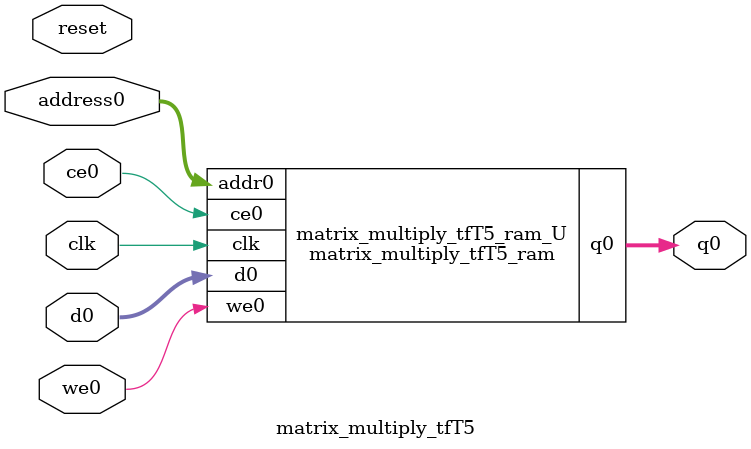
<source format=v>

`timescale 1 ns / 1 ps
module matrix_multiply_tfT5_ram (addr0, ce0, d0, we0, q0,  clk);

parameter DWIDTH = 8;
parameter AWIDTH = 7;
parameter MEM_SIZE = 128;

input[AWIDTH-1:0] addr0;
input ce0;
input[DWIDTH-1:0] d0;
input we0;
output reg[DWIDTH-1:0] q0;
input clk;

(* ram_style = "block" *)reg [DWIDTH-1:0] ram[0:MEM_SIZE-1];




always @(posedge clk)  
begin 
    if (ce0) 
    begin
        if (we0) 
        begin 
            ram[addr0] <= d0; 
            q0 <= d0;
        end 
        else 
            q0 <= ram[addr0];
    end
end


endmodule


`timescale 1 ns / 1 ps
module matrix_multiply_tfT5(
    reset,
    clk,
    address0,
    ce0,
    we0,
    d0,
    q0);

parameter DataWidth = 32'd8;
parameter AddressRange = 32'd128;
parameter AddressWidth = 32'd7;
input reset;
input clk;
input[AddressWidth - 1:0] address0;
input ce0;
input we0;
input[DataWidth - 1:0] d0;
output[DataWidth - 1:0] q0;



matrix_multiply_tfT5_ram matrix_multiply_tfT5_ram_U(
    .clk( clk ),
    .addr0( address0 ),
    .ce0( ce0 ),
    .we0( we0 ),
    .d0( d0 ),
    .q0( q0 ));

endmodule


</source>
